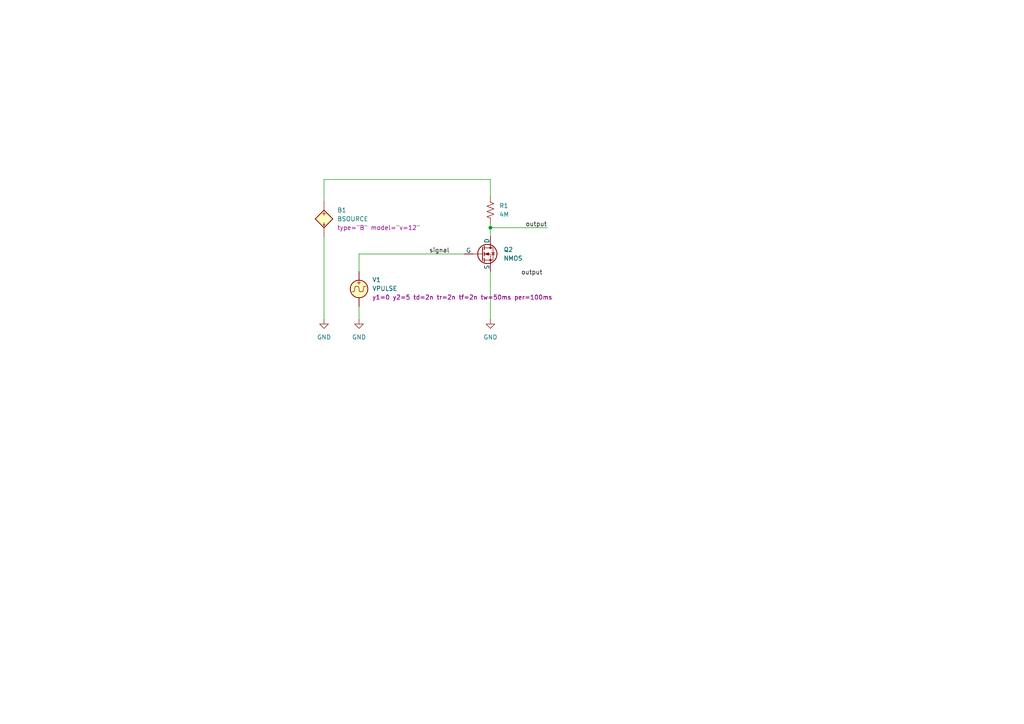
<source format=kicad_sch>
(kicad_sch (version 20231120) (generator "eeschema") (generator_version "8.0")
  (paper "A4")
  (lib_symbols
    (symbol "Device:R_US" (pin_numbers hide) (pin_names (offset 0))
      (property "Reference" "R" (at 2.54 0 90))
      (property "Value" "R_US" (at -2.54 0 90))
      (symbol "R_US_0_1"
        (polyline (pts (xy 0 -2.286) (xy 0 -2.54)))
        (polyline (pts (xy 0 2.286) (xy 0 2.54)))
        (polyline (pts (xy 0 -0.762) (xy 1.016 -1.143) (xy 0 -1.524) (xy -1.016 -1.905) (xy 0 -2.286)))
        (polyline (pts (xy 0 0.762) (xy 1.016 0.381) (xy 0 0) (xy -1.016 -0.381) (xy 0 -0.762)))
        (polyline (pts (xy 0 2.286) (xy 1.016 1.905) (xy 0 1.524) (xy -1.016 1.143) (xy 0 0.762)))
      )
      (symbol "R_US_1_1"
        (pin passive line (at 0 3.81 270) (length 1.27) (name "~") (number "1"))
        (pin passive line (at 0 -3.81 90) (length 1.27) (name "~") (number "2"))
      )
    )
    (symbol "Simulation_SPICE:BSOURCE" (pin_numbers hide) (pin_names (offset 1.016) hide)
      (property "Reference" "B" (at 2.54 2.54 0))
      (property "Value" "BSOURCE" (at 2.54 0 0))
      (property "Sim.Params" "type=\"B\" model=\"v=1\"" (at 2.54 -2.54 0))
      (symbol "BSOURCE_0_1"
        (polyline (pts (xy 0 -1.016) (xy 0 -2.032)))
        (polyline (pts (xy 0.254 -1.524) (xy 0 -2.032) (xy -0.254 -1.524)))
        (polyline (pts (xy 0 2.54) (xy -2.54 0) (xy 0 -2.54) (xy 2.54 0) (xy 0 2.54)) (stroke (width 0.254)) (fill (type background)))
      )
      (symbol "BSOURCE_1_1"
        (polyline (pts (xy -0.508 1.524) (xy 0.508 1.524)))
        (polyline (pts (xy 0 1.016) (xy 0 2.032)))
        (pin passive line (at 0 5.08 270) (length 2.54) (name "N+") (number "1"))
        (pin passive line (at 0 -5.08 90) (length 2.54) (name "N-") (number "2"))
      )
    )
    (symbol "Simulation_SPICE:NMOS" (pin_numbers hide) (pin_names (offset 0))
      (property "Reference" "Q" (at 5.08 1.27 0))
      (property "Value" "NMOS" (at 5.08 -1.27 0))
      (symbol "NMOS_0_1"
        (polyline (pts (xy 0.254 0) (xy -2.54 0)))
        (polyline (pts (xy 0.254 1.905) (xy 0.254 -1.905)) (stroke (width 0.254)))
        (polyline (pts (xy 0.762 -1.27) (xy 0.762 -2.286)) (stroke (width 0.254)))
        (polyline (pts (xy 0.762 0.508) (xy 0.762 -0.508)) (stroke (width 0.254)))
        (polyline (pts (xy 0.762 2.286) (xy 0.762 1.27)) (stroke (width 0.254)))
        (polyline (pts (xy 2.54 2.54) (xy 2.54 1.778)))
        (polyline (pts (xy 2.54 -2.54) (xy 2.54 0) (xy 0.762 0)))
        (polyline (pts (xy 0.762 -1.778) (xy 3.302 -1.778) (xy 3.302 1.778) (xy 0.762 1.778)))
        (polyline (pts (xy 1.016 0) (xy 2.032 0.381) (xy 2.032 -0.381) (xy 1.016 0)) (fill (type outline)))
        (polyline (pts (xy 2.794 0.508) (xy 2.921 0.381) (xy 3.683 0.381) (xy 3.81 0.254)))
        (polyline (pts (xy 3.302 0.381) (xy 2.921 -0.254) (xy 3.683 -0.254) (xy 3.302 0.381)))
        (circle (center 1.651 0) (radius 2.794) (stroke (width 0.254)))
        (circle (center 2.54 -1.778) (radius 0.254) (fill (type outline)))
        (circle (center 2.54 1.778) (radius 0.254) (fill (type outline)))
      )
      (symbol "NMOS_1_1"
        (pin passive line (at 2.54 5.08 270) (length 2.54) (name "D") (number "1"))
        (pin input line (at -5.08 0 0) (length 2.54) (name "G") (number "2"))
        (pin passive line (at 2.54 -5.08 90) (length 2.54) (name "S") (number "3"))
      )
    )
    (symbol "Simulation_SPICE:VPULSE" (pin_numbers hide) (pin_names (offset 0.0254))
      (property "Reference" "V" (at 2.54 2.54 0))
      (property "Value" "VPULSE" (at 2.54 0 0))
      (property "Sim.Params" "y1=0 y2=1 td=2n tr=2n tf=2n tw=50n per=100n" (at 2.54 -2.54 0))
      (symbol "VPULSE_0_0"
        (polyline (pts (xy -2.032 -0.762) (xy -1.397 -0.762) (xy -1.143 0.762) (xy -0.127 0.762) (xy 0.127 -0.762) (xy 1.143 -0.762) (xy 1.397 0.762) (xy 2.032 0.762)))
        (text "+" (at 0 1.905 0) (effects (font (size 1.27 1.27))))
      )
      (symbol "VPULSE_0_1"
        (circle (center 0 0) (radius 2.54) (stroke (width 0.254)) (fill (type background)))
      )
      (symbol "VPULSE_1_1"
        (pin passive line (at 0 5.08 270) (length 2.54) (name "~") (number "1"))
        (pin passive line (at 0 -5.08 90) (length 2.54) (name "~") (number "2"))
      )
    )
    (symbol "power:GND" (power) (pin_numbers hide) (pin_names (offset 0) hide)
      (property "Value" "GND" (at 0 -3.81 0))
      (symbol "GND_0_1"
        (polyline (pts (xy 0 0) (xy 0 -1.27) (xy 1.27 -1.27) (xy 0 -2.54) (xy -1.27 -1.27) (xy 0 -1.27)))
      )
      (symbol "GND_1_1"
        (pin power_in line (at 0 0 270) (length 0) (name "~") (number "1"))
      )
    )
  )
  (junction (at 142.24 66.04))
  (wire (pts (xy 104.14 73.66) (xy 104.14 78.74)))
  (wire (pts (xy 104.14 88.9) (xy 104.14 92.71)))
  (wire (pts (xy 93.98 68.58) (xy 93.98 92.71)))
  (wire (pts (xy 142.24 52.07) (xy 142.24 57.15)))
  (wire (pts (xy 142.24 66.04) (xy 142.24 68.58)))
  (wire (pts (xy 93.98 52.07) (xy 93.98 58.42)))
  (wire (pts (xy 142.24 78.74) (xy 142.24 92.71)))
  (wire (pts (xy 93.98 52.07) (xy 142.24 52.07)))
  (wire (pts (xy 142.24 64.77) (xy 142.24 66.04)))
  (wire (pts (xy 142.24 66.04) (xy 158.75 66.04)))
  (wire (pts (xy 104.14 73.66) (xy 134.62 73.66)))
  (label "output" (at 152.4 66.04 0))
  (label "output" (at 151.13 80.01 0))
  (label "signal" (at 124.46 73.66 0))
  (symbol (lib_id "Simulation_SPICE:BSOURCE") (at 93.98 63.5 0) (unit 1)
    (property "Reference" "B1" (at 97.79 60.9599 0) (effects (justify left)))
    (property "Value" "BSOURCE" (at 97.79 63.4999 0) (effects (justify left)))
    (property "Datasheet" "https://ngspice.sourceforge.io/docs/ngspice-html-manual/manual.xhtml#sec_Non_linear_Dependent_Sources" (effects (hide yes)))
    (property "Description" "Arbitrary behavioral voltage or current source for simulation only" (effects (hide yes)))
    (property "Sim.Device" "SPICE" (effects (hide yes)))
    (property "Sim.Params" "type=\"B\" model=\"v=12\"" (at 97.79 66.0399 0) (effects (justify left)))
  )
  (symbol (lib_id "power:GND") (at 142.24 92.71 0) (unit 1)
    (property "Reference" "#PWR02" (effects (hide yes)))
    (property "Value" "GND" (at 142.24 97.79 0))
    (property "Description" "Power symbol creates a global label with name \"GND\" , ground" (effects (hide yes)))
  )
  (symbol (lib_id "power:GND") (at 93.98 92.71 0) (unit 1)
    (property "Reference" "#PWR03" (effects (hide yes)))
    (property "Value" "GND" (at 93.98 97.79 0))
    (property "Description" "Power symbol creates a global label with name \"GND\" , ground" (effects (hide yes)))
  )
  (symbol (lib_id "Simulation_SPICE:NMOS") (at 139.7 73.66 0) (unit 1)
    (property "Reference" "Q2" (at 146.05 72.3899 0) (effects (justify left)))
    (property "Value" "NMOS" (at 146.05 74.9299 0) (effects (justify left)))
    (property "Datasheet" "https://ngspice.sourceforge.io/docs/ngspice-html-manual/manual.xhtml#cha_MOSFETs" (effects (hide yes)))
    (property "Description" "N-MOSFET transistor, drain/source/gate" (effects (hide yes)))
    (property "Sim.Device" "NMOS" (effects (hide yes)))
    (property "Sim.Type" "VDMOS" (effects (hide yes)))
    (property "Sim.Pins" "1=D 2=G 3=S" (effects (hide yes)))
  )
  (symbol (lib_id "Simulation_SPICE:VPULSE") (at 104.14 83.82 0) (unit 1)
    (property "Reference" "V1" (at 107.95 81.1501 0) (effects (justify left)))
    (property "Value" "VPULSE" (at 107.95 83.6901 0) (effects (justify left)))
    (property "Datasheet" "https://ngspice.sourceforge.io/docs/ngspice-html-manual/manual.xhtml#sec_Independent_Sources_for" (effects (hide yes)))
    (property "Description" "Voltage source, pulse" (effects (hide yes)))
    (property "Sim.Pins" "1=+ 2=-" (effects (hide yes)))
    (property "Sim.Type" "PULSE" (effects (hide yes)))
    (property "Sim.Device" "V" (effects (hide yes)))
    (property "Sim.Params" "y1=0 y2=5 td=2n tr=2n tf=2n tw=50ms per=100ms" (at 107.95 86.2301 0) (effects (justify left)))
  )
  (symbol (lib_id "power:GND") (at 104.14 92.71 0) (unit 1)
    (property "Reference" "#PWR04" (effects (hide yes)))
    (property "Value" "GND" (at 104.14 97.79 0))
    (property "Description" "Power symbol creates a global label with name \"GND\" , ground" (effects (hide yes)))
  )
  (symbol (lib_id "Device:R_US") (at 142.24 60.96 0) (unit 1)
    (property "Reference" "R1" (at 144.78 59.6899 0) (effects (justify left)))
    (property "Value" "4M" (at 144.78 62.2299 0) (effects (justify left)))
    (property "Footprint" "Resistor_SMD:R_0805_2012Metric_Pad1.20x1.40mm_HandSolder" (effects (hide yes)))
    (property "Description" "Resistor, US symbol" (effects (hide yes)))
  )
)
</source>
